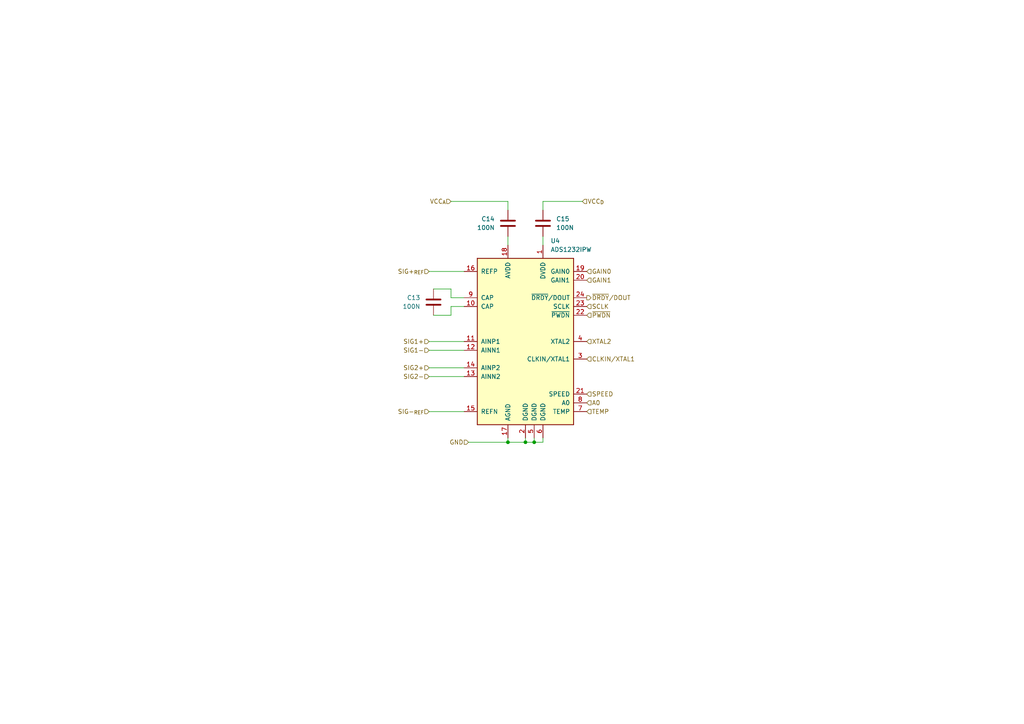
<source format=kicad_sch>
(kicad_sch (version 20230121) (generator eeschema)
  (paper "A4")
  (lib_symbols
    (symbol "Analog_ADC:ADS1232IPW" (pin_names (offset 1.016))
      (property "Reference" "U" (at -13.97 25.4 0))
      (property "Value" "ADS1232IPW" (at 7.62 25.4 0))
      (symbol "ADS1232IPW_0_1"
        (rectangle (start -13.97 24.13) (end 13.97 -24.13) (stroke (width 0.254)) (fill (type background)))
      )
      (symbol "ADS1232IPW_1_1"
        (pin power_in line (at 5.08 27.94 270) (length 3.81) (name "DVDD") (number "1"))
        (pin passive line (at -17.78 10.16 0) (length 3.81) (name "CAP") (number "10"))
        (pin input line (at -17.78 0 0) (length 3.81) (name "AINP1") (number "11"))
        (pin input line (at -17.78 -2.54 0) (length 3.81) (name "AINN1") (number "12"))
        (pin input line (at -17.78 -10.16 0) (length 3.81) (name "AINN2") (number "13"))
        (pin input line (at -17.78 -7.62 0) (length 3.81) (name "AINP2") (number "14"))
        (pin input line (at -17.78 -20.32 0) (length 3.81) (name "REFN") (number "15"))
        (pin input line (at -17.78 20.32 0) (length 3.81) (name "REFP") (number "16"))
        (pin power_in line (at -5.08 -27.94 90) (length 3.81) (name "AGND") (number "17"))
        (pin power_in line (at -5.08 27.94 270) (length 3.81) (name "AVDD") (number "18"))
        (pin input line (at 17.78 20.32 180) (length 3.81) (name "GAIN0") (number "19"))
        (pin power_in line (at 0 -27.94 90) (length 3.81) (name "DGND") (number "2"))
        (pin input line (at 17.78 17.78 180) (length 3.81) (name "GAIN1") (number "20"))
        (pin input line (at 17.78 -15.24 180) (length 3.81) (name "SPEED") (number "21"))
        (pin input line (at 17.78 7.62 180) (length 3.81) (name "~{PWDN}") (number "22"))
        (pin input line (at 17.78 10.16 180) (length 3.81) (name "SCLK") (number "23"))
        (pin output line (at 17.78 12.7 180) (length 3.81) (name "~{DRDY}/DOUT") (number "24"))
        (pin bidirectional line (at 17.78 -5.08 180) (length 3.81) (name "CLKIN/XTAL1") (number "3"))
        (pin bidirectional line (at 17.78 0 180) (length 3.81) (name "XTAL2") (number "4"))
        (pin power_in line (at 2.54 -27.94 90) (length 3.81) (name "DGND") (number "5"))
        (pin power_in line (at 5.08 -27.94 90) (length 3.81) (name "DGND") (number "6"))
        (pin input line (at 17.78 -20.32 180) (length 3.81) (name "TEMP") (number "7"))
        (pin input line (at 17.78 -17.78 180) (length 3.81) (name "A0") (number "8"))
        (pin passive line (at -17.78 12.7 0) (length 3.81) (name "CAP") (number "9"))
      )
    )
    (symbol "Device:C" (pin_numbers hide) (pin_names (offset 0.254))
      (property "Reference" "C" (at 0.635 2.54 0))
      (property "Value" "C" (at 0.635 -2.54 0))
      (symbol "C_0_1"
        (polyline (pts (xy -2.032 -0.762) (xy 2.032 -0.762)) (stroke (width 0.508)))
        (polyline (pts (xy -2.032 0.762) (xy 2.032 0.762)) (stroke (width 0.508)))
      )
      (symbol "C_1_1"
        (pin passive line (at 0 3.81 270) (length 2.794) (name "~") (number "1"))
        (pin passive line (at 0 -3.81 90) (length 2.794) (name "~") (number "2"))
      )
    )
  )
  (junction (at 152.4 128.27))
  (junction (at 154.94 128.27))
  (junction (at 147.32 128.27))
  (wire (pts (xy 124.46 78.74) (xy 134.62 78.74)))
  (wire (pts (xy 124.46 101.6) (xy 134.62 101.6)))
  (wire (pts (xy 152.4 127) (xy 152.4 128.27)))
  (wire (pts (xy 124.46 109.22) (xy 134.62 109.22)))
  (wire (pts (xy 125.73 83.82) (xy 130.81 83.82)))
  (wire (pts (xy 157.48 128.27) (xy 157.48 127)))
  (wire (pts (xy 130.81 58.42) (xy 147.32 58.42)))
  (wire (pts (xy 124.46 99.06) (xy 134.62 99.06)))
  (wire (pts (xy 135.89 128.27) (xy 147.32 128.27)))
  (wire (pts (xy 124.46 119.38) (xy 134.62 119.38)))
  (wire (pts (xy 154.94 128.27) (xy 157.48 128.27)))
  (wire (pts (xy 130.81 86.36) (xy 134.62 86.36)))
  (wire (pts (xy 147.32 128.27) (xy 147.32 127)))
  (wire (pts (xy 147.32 58.42) (xy 147.32 60.96)))
  (wire (pts (xy 147.32 68.58) (xy 147.32 71.12)))
  (wire (pts (xy 157.48 68.58) (xy 157.48 71.12)))
  (wire (pts (xy 147.32 128.27) (xy 152.4 128.27)))
  (wire (pts (xy 130.81 91.44) (xy 125.73 91.44)))
  (wire (pts (xy 168.91 58.42) (xy 157.48 58.42)))
  (wire (pts (xy 130.81 88.9) (xy 130.81 91.44)))
  (wire (pts (xy 154.94 127) (xy 154.94 128.27)))
  (wire (pts (xy 152.4 128.27) (xy 154.94 128.27)))
  (wire (pts (xy 130.81 83.82) (xy 130.81 86.36)))
  (wire (pts (xy 124.46 106.68) (xy 134.62 106.68)))
  (wire (pts (xy 134.62 88.9) (xy 130.81 88.9)))
  (wire (pts (xy 157.48 58.42) (xy 157.48 60.96)))
  (hierarchical_label "VCC_{A}" (shape input) (at 130.81 58.42 180))
  (hierarchical_label "SCLK" (shape input) (at 170.18 88.9 0))
  (hierarchical_label "~{PWDN}" (shape input) (at 170.18 91.44 0))
  (hierarchical_label "SIG1+" (shape input) (at 124.46 99.06 180))
  (hierarchical_label "GAIN1" (shape input) (at 170.18 81.28 0))
  (hierarchical_label "SIG2+" (shape input) (at 124.46 106.68 180))
  (hierarchical_label "SIG2-" (shape input) (at 124.46 109.22 180))
  (hierarchical_label "SIG+_{REF}" (shape input) (at 124.46 78.74 180))
  (hierarchical_label "CLKIN{slash}XTAL1" (shape input) (at 170.18 104.14 0))
  (hierarchical_label "TEMP" (shape input) (at 170.18 119.38 0))
  (hierarchical_label "XTAL2" (shape input) (at 170.18 99.06 0))
  (hierarchical_label "~{DRDY}{slash}DOUT" (shape output) (at 170.18 86.36 0))
  (hierarchical_label "SIG-_{REF}" (shape input) (at 124.46 119.38 180))
  (hierarchical_label "GAIN0" (shape input) (at 170.18 78.74 0))
  (hierarchical_label "SIG1-" (shape input) (at 124.46 101.6 180))
  (hierarchical_label "A0" (shape input) (at 170.18 116.84 0))
  (hierarchical_label "SPEED" (shape input) (at 170.18 114.3 0))
  (hierarchical_label "VCC_{D}" (shape input) (at 168.91 58.42 0))
  (hierarchical_label "GND" (shape input) (at 135.89 128.27 180))
  (symbol (lib_id "Device:C") (at 147.32 64.77 0) (mirror y) (unit 1)
    (property "Reference" "C14" (at 143.51 63.5 0) (effects (justify left)))
    (property "Value" "100N" (at 143.51 66.04 0) (effects (justify left)))
    (property "Footprint" "Capacitor_SMD:C_0603_1608Metric" (effects hide))
  )
  (symbol (lib_id "Device:C") (at 125.73 87.63 0) (mirror y) (unit 1)
    (property "Reference" "C13" (at 121.92 86.36 0) (effects (justify left)))
    (property "Value" "100N" (at 121.92 88.9 0) (effects (justify left)))
    (property "Footprint" "Capacitor_SMD:C_0603_1608Metric" (effects hide))
  )
  (symbol (lib_id "Analog_ADC:ADS1232IPW") (at 152.4 99.06 0) (unit 1)
    (property "Reference" "U4" (at 159.6741 69.85 0) (effects (justify left)))
    (property "Value" "ADS1232IPW" (at 159.6741 72.39 0) (effects (justify left)))
    (property "Datasheet" "http://www.ti.com/lit/ds/symlink/ads1232.pdf" (effects hide))
  )
  (symbol (lib_id "Device:C") (at 157.48 64.77 0) (unit 1)
    (property "Reference" "C16" (at 161.29 63.5 0) (effects (justify left)))
    (property "Value" "100N" (at 161.29 66.04 0) (effects (justify left)))
    (property "Footprint" "Capacitor_SMD:C_0603_1608Metric" (effects hide))
    (instances (project "main" (path "" (reference "C15") (unit 1))))
  )
)
</source>
